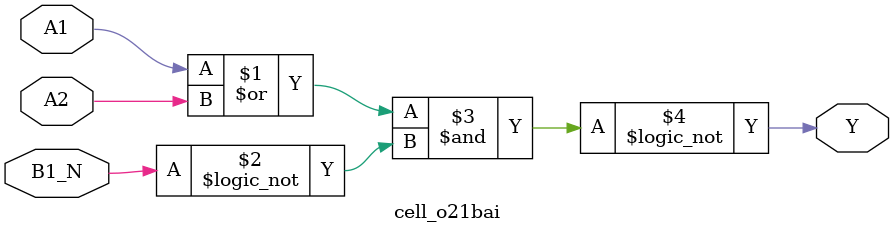
<source format=v>
`timescale 1ps/1ps
module cell_o21bai
(
    input wire A1,
    input wire A2,
    input wire B1_N,
    output wire Y
);
    assign Y = !((A1 | A2) & !B1_N);
endmodule

</source>
